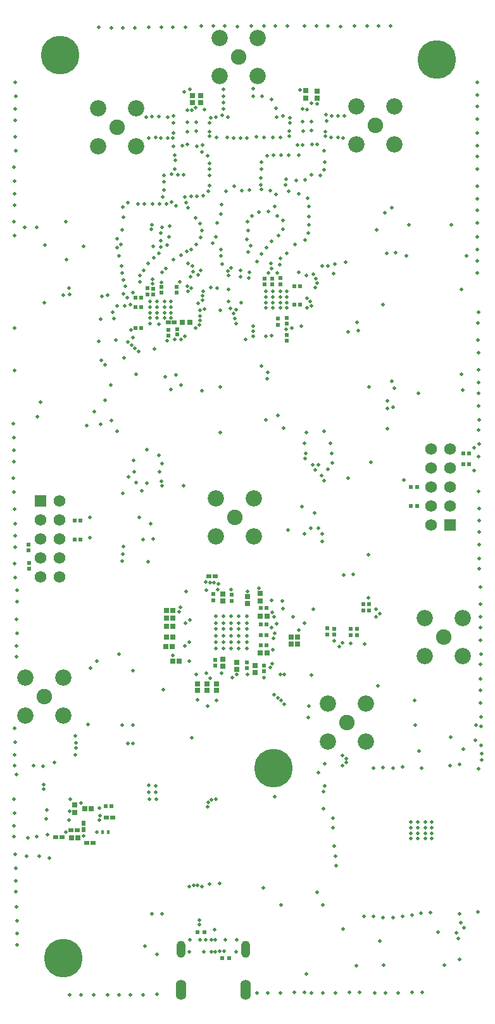
<source format=gbs>
G04*
G04 #@! TF.GenerationSoftware,Altium Limited,Altium Designer,24.2.2 (26)*
G04*
G04 Layer_Color=16711935*
%FSLAX44Y44*%
%MOMM*%
G71*
G04*
G04 #@! TF.SameCoordinates,1647D1FA-22C0-4C44-882E-AE6E89F1C5CA*
G04*
G04*
G04 #@! TF.FilePolarity,Negative*
G04*
G01*
G75*
%ADD20R,0.5200X0.5200*%
%ADD41R,0.5200X0.5200*%
%ADD51R,0.4000X0.5000*%
%ADD64R,0.6725X0.7154*%
%ADD73R,0.5153X0.4725*%
%ADD81R,0.7154X0.6725*%
%ADD89R,0.4725X0.5153*%
%ADD111R,0.5260X0.5260*%
%ADD118R,0.7260X0.7760*%
%ADD119R,0.7260X0.6760*%
%ADD125R,0.5260X0.5260*%
%ADD126R,0.6260X0.6760*%
%ADD127R,0.6760X0.6260*%
%ADD128R,0.6760X0.7260*%
%ADD133R,0.7260X0.7260*%
%ADD140R,0.7260X0.7260*%
%ADD151R,0.6260X0.6260*%
%ADD158R,1.5760X1.5760*%
%ADD159C,1.5760*%
%ADD160C,2.0760*%
%ADD161C,2.1760*%
%ADD162O,1.1760X2.2760*%
%ADD163O,1.3760X2.6760*%
%ADD164C,0.4824*%
%ADD165C,5.1560*%
%ADD186R,0.6560X0.6160*%
D20*
X321236Y455981D02*
D03*
Y447981D02*
D03*
X344409Y443502D02*
D03*
X276224Y547006D02*
D03*
X278764Y451122D02*
D03*
X363000Y915250D02*
D03*
Y907250D02*
D03*
X227000Y949750D02*
D03*
Y957750D02*
D03*
X207000Y949750D02*
D03*
Y957750D02*
D03*
X188000Y955711D02*
D03*
Y947711D02*
D03*
X366000Y961500D02*
D03*
Y969500D02*
D03*
X345000Y969000D02*
D03*
Y961000D02*
D03*
X301231Y545893D02*
D03*
Y537893D02*
D03*
X278764Y459122D02*
D03*
X344409Y451502D02*
D03*
X276224Y539006D02*
D03*
D41*
X347942Y528778D02*
D03*
Y478766D02*
D03*
X132377Y263459D02*
D03*
X140377D02*
D03*
X180250Y943000D02*
D03*
X172250D02*
D03*
X180250Y903000D02*
D03*
X172250D02*
D03*
X347942Y492499D02*
D03*
X339942D02*
D03*
X347942Y506233D02*
D03*
X339942D02*
D03*
Y478766D02*
D03*
Y528778D02*
D03*
D51*
X136000Y228932D02*
D03*
X128000D02*
D03*
D64*
X288767Y547325D02*
D03*
Y450336D02*
D03*
X332508Y442208D02*
D03*
X307502Y446272D02*
D03*
Y455844D02*
D03*
X338779Y547792D02*
D03*
Y538220D02*
D03*
X322506Y543728D02*
D03*
Y534156D02*
D03*
X288767Y459908D02*
D03*
X332508Y451780D02*
D03*
X288767Y537754D02*
D03*
D73*
X180036Y931000D02*
D03*
X172464D02*
D03*
D81*
X348728Y517506D02*
D03*
Y468763D02*
D03*
X339156D02*
D03*
Y517506D02*
D03*
D89*
X228000Y901438D02*
D03*
Y893867D02*
D03*
X375000Y886214D02*
D03*
Y893786D02*
D03*
X196000Y948045D02*
D03*
Y955616D02*
D03*
X216000Y900036D02*
D03*
Y892464D02*
D03*
X355000Y961214D02*
D03*
Y968786D02*
D03*
X375000Y916370D02*
D03*
Y908799D02*
D03*
D111*
X29116Y613222D02*
D03*
Y605222D02*
D03*
X30000Y589000D02*
D03*
Y581000D02*
D03*
X438143Y492981D02*
D03*
Y500981D02*
D03*
X468927Y492453D02*
D03*
Y500453D02*
D03*
X428500Y501050D02*
D03*
Y493050D02*
D03*
X459873Y500227D02*
D03*
Y492227D02*
D03*
D118*
X415000Y1210250D02*
D03*
Y1219750D02*
D03*
X400251Y1219937D02*
D03*
Y1210437D02*
D03*
X259456Y1213690D02*
D03*
Y1204190D02*
D03*
X248645Y1213497D02*
D03*
Y1203997D02*
D03*
D119*
X222528Y489411D02*
D03*
X214028D02*
D03*
X389250Y480000D02*
D03*
X380750D02*
D03*
Y490000D02*
D03*
X389250D02*
D03*
X213559Y525495D02*
D03*
X222059D02*
D03*
X213559Y514591D02*
D03*
X222059D02*
D03*
X212975Y476657D02*
D03*
X221475D02*
D03*
X222484Y457100D02*
D03*
X230984D02*
D03*
X213622Y503686D02*
D03*
X222122D02*
D03*
X104500Y260000D02*
D03*
X113000D02*
D03*
X86691Y221478D02*
D03*
X95191D02*
D03*
D125*
X384750Y934000D02*
D03*
X392750D02*
D03*
X384750Y959000D02*
D03*
X392750D02*
D03*
X99000Y620000D02*
D03*
X91000D02*
D03*
X99000Y645000D02*
D03*
X91000D02*
D03*
X618759Y735355D02*
D03*
X610760D02*
D03*
X541000Y690000D02*
D03*
X549000D02*
D03*
X541000Y665000D02*
D03*
X549000D02*
D03*
X610759Y720518D02*
D03*
X618759D02*
D03*
X485000Y525503D02*
D03*
X477000D02*
D03*
X477000Y534000D02*
D03*
X485000D02*
D03*
D126*
X103129Y240812D02*
D03*
Y232312D02*
D03*
D127*
X270332Y570527D02*
D03*
X278832D02*
D03*
X106878Y214794D02*
D03*
X115378D02*
D03*
X74417Y221736D02*
D03*
X65917D02*
D03*
X133628Y248013D02*
D03*
X142128D02*
D03*
X94750Y231655D02*
D03*
X86250D02*
D03*
D128*
X268273Y418343D02*
D03*
Y426843D02*
D03*
X255672Y418637D02*
D03*
Y427137D02*
D03*
X281093Y418637D02*
D03*
Y427137D02*
D03*
D133*
X235000Y910000D02*
D03*
X245000D02*
D03*
D140*
X91215Y265059D02*
D03*
Y255059D02*
D03*
D151*
X297511Y60202D02*
D03*
X288511D02*
D03*
X255500Y95000D02*
D03*
X264500D02*
D03*
D158*
X592700Y639200D02*
D03*
X45000Y671200D02*
D03*
D159*
X567300Y639200D02*
D03*
X592700Y664600D02*
D03*
X567300D02*
D03*
X592700Y690000D02*
D03*
X567300D02*
D03*
X592700Y715400D02*
D03*
X567300D02*
D03*
X592700Y740800D02*
D03*
X567300D02*
D03*
X70400Y671200D02*
D03*
X45000Y645800D02*
D03*
X70400D02*
D03*
X45000Y620400D02*
D03*
X70400D02*
D03*
X45000Y595000D02*
D03*
X70400D02*
D03*
X45000Y569600D02*
D03*
X70400D02*
D03*
D160*
X147533Y1170998D02*
D03*
X493204Y1173508D02*
D03*
X305000Y650000D02*
D03*
X50000Y410000D02*
D03*
X455000Y375000D02*
D03*
X585000Y490000D02*
D03*
X310000Y1265000D02*
D03*
D161*
X122133Y1196398D02*
D03*
X172933D02*
D03*
Y1145598D02*
D03*
X122133D02*
D03*
X467804Y1198908D02*
D03*
X518604D02*
D03*
Y1148108D02*
D03*
X467804D02*
D03*
X279600Y624600D02*
D03*
X330400D02*
D03*
Y675400D02*
D03*
X279600D02*
D03*
X24600Y384600D02*
D03*
X75400D02*
D03*
Y435400D02*
D03*
X24600D02*
D03*
X429600Y349600D02*
D03*
X480400D02*
D03*
Y400400D02*
D03*
X429600D02*
D03*
X559600Y464600D02*
D03*
X610400D02*
D03*
Y515400D02*
D03*
X559600D02*
D03*
X284600Y1239600D02*
D03*
X335400D02*
D03*
Y1290400D02*
D03*
X284600D02*
D03*
D162*
X233161Y71865D02*
D03*
X319561D02*
D03*
D163*
X233161Y18265D02*
D03*
X319561D02*
D03*
D164*
X12000Y1140000D02*
D03*
X11311Y1158700D02*
D03*
X12000Y1212590D02*
D03*
X11811Y1195790D02*
D03*
Y1180790D02*
D03*
X11311Y1231290D02*
D03*
X10500Y1026500D02*
D03*
X9811Y1045200D02*
D03*
X10500Y1099090D02*
D03*
X10311Y1082290D02*
D03*
Y1067290D02*
D03*
X9811Y1117790D02*
D03*
X10000Y683500D02*
D03*
X9311Y702200D02*
D03*
X10000Y756090D02*
D03*
X9811Y739290D02*
D03*
Y724290D02*
D03*
X9311Y774790D02*
D03*
X10515Y660213D02*
D03*
X11015Y609714D02*
D03*
Y624714D02*
D03*
X11204Y641513D02*
D03*
X10515Y587624D02*
D03*
X14000Y536875D02*
D03*
Y551875D02*
D03*
X11204Y568924D02*
D03*
X13000Y513500D02*
D03*
X13500Y463000D02*
D03*
Y478000D02*
D03*
X13689Y494800D02*
D03*
X10500Y368000D02*
D03*
X11000Y317500D02*
D03*
Y332500D02*
D03*
X11189Y349300D02*
D03*
X9500Y273000D02*
D03*
X10000Y222500D02*
D03*
Y237500D02*
D03*
X10189Y254300D02*
D03*
X11500Y199500D02*
D03*
X12000Y149000D02*
D03*
Y164000D02*
D03*
X12189Y180800D02*
D03*
X13500Y129000D02*
D03*
X14000Y78500D02*
D03*
Y93500D02*
D03*
X14189Y110300D02*
D03*
X135000Y11500D02*
D03*
X84500Y11000D02*
D03*
X99500D02*
D03*
X116300Y10811D02*
D03*
X201000Y12000D02*
D03*
X150500Y11500D02*
D03*
X165500D02*
D03*
X182300Y11311D02*
D03*
X366300Y13811D02*
D03*
X349500Y14000D02*
D03*
X334500D02*
D03*
X398200Y14189D02*
D03*
X385000Y14500D02*
D03*
X439800Y13811D02*
D03*
X423000Y14000D02*
D03*
X408000D02*
D03*
X471700Y14189D02*
D03*
X458500Y14500D02*
D03*
X523800Y13811D02*
D03*
X507000Y14000D02*
D03*
X492000D02*
D03*
X555700Y14189D02*
D03*
X542500Y14500D02*
D03*
X633811Y401700D02*
D03*
X634000Y418500D02*
D03*
Y433500D02*
D03*
X634189Y369800D02*
D03*
X634500Y383000D02*
D03*
X633500Y556500D02*
D03*
X634336Y466563D02*
D03*
X634025Y453363D02*
D03*
X633836Y517063D02*
D03*
X634025Y533863D02*
D03*
X633836Y502063D02*
D03*
X633647Y485263D02*
D03*
X631500Y684500D02*
D03*
X632336Y594563D02*
D03*
X632025Y581363D02*
D03*
X631836Y645063D02*
D03*
X632025Y661863D02*
D03*
X631836Y630063D02*
D03*
X631647Y613263D02*
D03*
X630000Y909500D02*
D03*
X630525Y886863D02*
D03*
X631122Y798400D02*
D03*
X631311Y815200D02*
D03*
X631500Y847000D02*
D03*
X631311Y830200D02*
D03*
X631500Y766500D02*
D03*
X631811Y779700D02*
D03*
X631622Y747900D02*
D03*
X631433Y731100D02*
D03*
X629122Y1043400D02*
D03*
X629311Y1060200D02*
D03*
X629500Y1092000D02*
D03*
X629311Y1075200D02*
D03*
X629622Y1007900D02*
D03*
X629811Y1024700D02*
D03*
X629622Y992900D02*
D03*
X629433Y976100D02*
D03*
X629500Y1115000D02*
D03*
X629689Y1131800D02*
D03*
X629878Y1163600D02*
D03*
X629689Y1146800D02*
D03*
X629378Y1214100D02*
D03*
X629567Y1230900D02*
D03*
X629378Y1199100D02*
D03*
X629189Y1182300D02*
D03*
X398000Y1306500D02*
D03*
X414800Y1306311D02*
D03*
X446600Y1306122D02*
D03*
X429800Y1306311D02*
D03*
X497100Y1306622D02*
D03*
X513900Y1306433D02*
D03*
X482100Y1306622D02*
D03*
X465300Y1306811D02*
D03*
X260000Y1306500D02*
D03*
X276800Y1306311D02*
D03*
X308600Y1306122D02*
D03*
X291800Y1306311D02*
D03*
X359100Y1306622D02*
D03*
X375900Y1306433D02*
D03*
X344100Y1306622D02*
D03*
X327300Y1306811D02*
D03*
X190500Y1305000D02*
D03*
X207300Y1304811D02*
D03*
X239100Y1304622D02*
D03*
X222300Y1304811D02*
D03*
X155000Y1304500D02*
D03*
X171800Y1304311D02*
D03*
X140000Y1304500D02*
D03*
X123200Y1304689D02*
D03*
X103055Y223381D02*
D03*
X594675Y1040631D02*
D03*
X427515Y1187999D02*
D03*
X329754Y891835D02*
D03*
X329590Y905086D02*
D03*
X273000Y1183500D02*
D03*
X84639Y256419D02*
D03*
X85500Y272500D02*
D03*
X264419Y1194812D02*
D03*
X551702Y337192D02*
D03*
X278329Y98671D02*
D03*
X450000Y99000D02*
D03*
X123500Y885000D02*
D03*
X290564Y69411D02*
D03*
X493742Y516948D02*
D03*
X425000Y1139500D02*
D03*
X425500Y1125000D02*
D03*
X425000Y1114500D02*
D03*
X419500Y1107000D02*
D03*
X408000Y1107500D02*
D03*
X399000Y1101000D02*
D03*
X387500Y1100000D02*
D03*
X374000Y1101500D02*
D03*
X391000Y1133500D02*
D03*
X377500D02*
D03*
X367329Y1134213D02*
D03*
X356500Y1133500D02*
D03*
X348500Y1133000D02*
D03*
X341000Y1124500D02*
D03*
X340500Y1115000D02*
D03*
X340000Y1103500D02*
D03*
X358393Y1065371D02*
D03*
X276000Y1016000D02*
D03*
X286500Y1008000D02*
D03*
X287000Y999500D02*
D03*
X288500Y988000D02*
D03*
X300000Y983000D02*
D03*
X312500Y980000D02*
D03*
X324500Y977000D02*
D03*
X376818Y1085721D02*
D03*
X391000Y1082500D02*
D03*
X403000Y1076500D02*
D03*
X404000Y1065000D02*
D03*
Y1051500D02*
D03*
Y1040500D02*
D03*
X403500Y1030000D02*
D03*
X399000Y1020500D02*
D03*
X386000Y1014500D02*
D03*
X374500Y1003000D02*
D03*
X365961Y996050D02*
D03*
X353500Y989500D02*
D03*
X362000Y1053000D02*
D03*
X370000Y1046500D02*
D03*
X369500Y1035000D02*
D03*
X363500Y1026000D02*
D03*
X354500Y1018500D02*
D03*
X347500Y1010000D02*
D03*
X340500Y1001500D02*
D03*
Y1088500D02*
D03*
X325000Y1087500D02*
D03*
X314500Y1086500D02*
D03*
X304000Y1092500D02*
D03*
X293496Y1085262D02*
D03*
X287040Y1067506D02*
D03*
X286232Y1055399D02*
D03*
X350081Y1058500D02*
D03*
X337500Y1058000D02*
D03*
X328500Y1053000D02*
D03*
X323067Y1032997D02*
D03*
X326500Y1013000D02*
D03*
X335137Y991728D02*
D03*
X354500Y1208500D02*
D03*
X342000Y1212500D02*
D03*
X443500Y1157500D02*
D03*
X443000Y1186500D02*
D03*
X434053Y1157354D02*
D03*
X450000Y1156500D02*
D03*
X451500Y1186500D02*
D03*
X434500D02*
D03*
X366500Y1158000D02*
D03*
X356000D02*
D03*
X344000Y1157500D02*
D03*
X334000Y1158500D02*
D03*
X370000Y1186500D02*
D03*
X290000Y1195500D02*
D03*
Y1204000D02*
D03*
Y1212500D02*
D03*
Y1222000D02*
D03*
X330000Y1212500D02*
D03*
X329856Y1223126D02*
D03*
X281000Y1157500D02*
D03*
X295000D02*
D03*
X303500Y1157000D02*
D03*
X313000D02*
D03*
X321500D02*
D03*
X279500Y1184500D02*
D03*
X288000Y1187000D02*
D03*
X295500Y1184500D02*
D03*
X190000Y1157000D02*
D03*
X199000Y1157500D02*
D03*
X206500Y1157000D02*
D03*
X215500Y1156500D02*
D03*
Y1184500D02*
D03*
X204000Y1185500D02*
D03*
X194500D02*
D03*
X186500Y1185000D02*
D03*
X261000Y1138500D02*
D03*
X269000Y1133000D02*
D03*
X271500Y1123000D02*
D03*
X271000Y1115000D02*
D03*
X271500Y1093000D02*
D03*
X270000Y1085500D02*
D03*
X263000Y1079500D02*
D03*
X254500Y1078500D02*
D03*
X246500D02*
D03*
X223485Y1146072D02*
D03*
X225000Y1134000D02*
D03*
X224500Y1115500D02*
D03*
X229180Y1107631D02*
D03*
X237000Y1107500D02*
D03*
X220163Y1108343D02*
D03*
X210500Y1107000D02*
D03*
X210000Y1098000D02*
D03*
Y1087000D02*
D03*
X225500Y1127000D02*
D03*
X271000Y1106744D02*
D03*
X156500Y1051000D02*
D03*
X155000Y1064500D02*
D03*
X162000Y1070000D02*
D03*
X175500Y1069000D02*
D03*
X184500D02*
D03*
X195500D02*
D03*
X204500Y1068500D02*
D03*
X213746Y1068498D02*
D03*
X194000Y1040500D02*
D03*
X207604Y977602D02*
D03*
X223500Y994000D02*
D03*
X195000Y968000D02*
D03*
X213295Y982724D02*
D03*
X233500Y1000000D02*
D03*
X241000Y1005000D02*
D03*
X247000Y1007500D02*
D03*
X254000Y1014500D02*
D03*
X259500Y1023500D02*
D03*
X261000Y1033000D02*
D03*
X258500Y1042500D02*
D03*
X253000Y1050500D02*
D03*
X242500Y1063500D02*
D03*
X240000Y1070500D02*
D03*
X218000Y1039000D02*
D03*
X208000Y1037000D02*
D03*
X206500Y1029500D02*
D03*
X206000Y1019500D02*
D03*
Y1011000D02*
D03*
X204000Y1002500D02*
D03*
X147500Y1022000D02*
D03*
X147555Y1010420D02*
D03*
X150500Y999000D02*
D03*
X153500Y986000D02*
D03*
X154500Y976000D02*
D03*
X156000Y967500D02*
D03*
X159000Y958500D02*
D03*
X217000Y1025000D02*
D03*
X215000Y1014000D02*
D03*
X196536Y996500D02*
D03*
X189635Y989081D02*
D03*
X183500Y980000D02*
D03*
X178000Y973000D02*
D03*
X178533Y964537D02*
D03*
X239928Y550687D02*
D03*
X222287Y465047D02*
D03*
X610102Y819397D02*
D03*
X625448Y712000D02*
D03*
X625000Y742500D02*
D03*
X531052Y699728D02*
D03*
X343500Y154000D02*
D03*
X367390Y131404D02*
D03*
X415458Y148787D02*
D03*
X422819Y131404D02*
D03*
X423769Y259827D02*
D03*
X423508Y283235D02*
D03*
X425336Y290370D02*
D03*
X425500Y320500D02*
D03*
X390500Y498500D02*
D03*
X190500Y291500D02*
D03*
Y282000D02*
D03*
X191000Y273000D02*
D03*
X200000D02*
D03*
X199500Y282000D02*
D03*
Y291000D02*
D03*
X156553Y948823D02*
D03*
X169000Y950500D02*
D03*
X273279Y956820D02*
D03*
X381109Y903102D02*
D03*
X394000Y905000D02*
D03*
X499500Y521000D02*
D03*
X457000Y702000D02*
D03*
X483500Y599500D02*
D03*
X497000Y424500D02*
D03*
X608000Y954000D02*
D03*
X487250Y722996D02*
D03*
X468672Y910729D02*
D03*
X155500Y682000D02*
D03*
X424500Y765000D02*
D03*
X237000Y692000D02*
D03*
X424615Y699115D02*
D03*
X421624Y705087D02*
D03*
X413000Y713500D02*
D03*
X606000Y58500D02*
D03*
X64000Y322000D02*
D03*
X49000Y317000D02*
D03*
X36000Y318000D02*
D03*
X13000Y305500D02*
D03*
X421799Y617438D02*
D03*
Y627657D02*
D03*
X417045Y634801D02*
D03*
X398500Y627500D02*
D03*
X607500Y107500D02*
D03*
X576768Y95232D02*
D03*
X601500Y94000D02*
D03*
X604500Y86500D02*
D03*
X463343Y573125D02*
D03*
X484000Y542500D02*
D03*
X398112Y508092D02*
D03*
X449474Y482301D02*
D03*
X460000Y481500D02*
D03*
X479000Y480500D02*
D03*
X403629Y382411D02*
D03*
X404000Y397000D02*
D03*
X417000Y308500D02*
D03*
X280803Y404702D02*
D03*
X255500Y406000D02*
D03*
X277597Y562500D02*
D03*
X272390D02*
D03*
X371167Y399663D02*
D03*
X357703Y412390D02*
D03*
X371207Y439500D02*
D03*
X366000D02*
D03*
X209590Y419410D02*
D03*
X363192Y408429D02*
D03*
X366874Y404747D02*
D03*
X180612Y685292D02*
D03*
X355065Y522649D02*
D03*
X355777Y472341D02*
D03*
X344000Y435500D02*
D03*
X282500Y553500D02*
D03*
X287500Y441000D02*
D03*
X169000Y347500D02*
D03*
X162000D02*
D03*
X168800Y444594D02*
D03*
X352986Y448574D02*
D03*
X354500Y539000D02*
D03*
X112000Y448000D02*
D03*
X150000Y466500D02*
D03*
X358500Y276500D02*
D03*
X247500Y355000D02*
D03*
X120500Y457500D02*
D03*
X40773Y784594D02*
D03*
X126916Y859948D02*
D03*
X125957Y914205D02*
D03*
X154592Y591493D02*
D03*
X155074Y600251D02*
D03*
X188981Y589967D02*
D03*
X156000Y610500D02*
D03*
X515000Y1063500D02*
D03*
X79500Y1045000D02*
D03*
X263000Y952000D02*
D03*
X262000Y946000D02*
D03*
X261799Y939817D02*
D03*
X242500Y952000D02*
D03*
X111241Y622251D02*
D03*
X111500Y650000D02*
D03*
X611500Y101000D02*
D03*
X147723Y932370D02*
D03*
X226582Y839894D02*
D03*
X233587Y826335D02*
D03*
X219893Y820469D02*
D03*
X241490Y958742D02*
D03*
X247000Y956500D02*
D03*
X135000Y946500D02*
D03*
X127354Y945146D02*
D03*
X212500Y837500D02*
D03*
X173033Y841366D02*
D03*
X550448Y815500D02*
D03*
X517237Y796906D02*
D03*
X509500Y795500D02*
D03*
Y805000D02*
D03*
X457000Y897819D02*
D03*
X630975Y869637D02*
D03*
X631179Y923578D02*
D03*
X422000Y985500D02*
D03*
X410500Y975000D02*
D03*
X413644Y969040D02*
D03*
X415000Y962500D02*
D03*
X503000Y934500D02*
D03*
X430000Y986000D02*
D03*
X439000Y988500D02*
D03*
X453500Y991000D02*
D03*
X608500Y841000D02*
D03*
X348000Y835000D02*
D03*
X349000Y843500D02*
D03*
X341000Y852000D02*
D03*
X259500Y979500D02*
D03*
X256394Y974082D02*
D03*
X295540Y979278D02*
D03*
X296990Y972633D02*
D03*
X192000Y909000D02*
D03*
X238448Y892133D02*
D03*
X203500Y907500D02*
D03*
X372849Y1093704D02*
D03*
X339642Y1094403D02*
D03*
X281500Y1043500D02*
D03*
X280000Y1025000D02*
D03*
X323000Y1004500D02*
D03*
X321500Y1021500D02*
D03*
X322500Y1045000D02*
D03*
X209000Y1078000D02*
D03*
X238015Y1078147D02*
D03*
X154284Y1034384D02*
D03*
X153112Y1014641D02*
D03*
X195843Y1011936D02*
D03*
X193860Y1034564D02*
D03*
X226745Y1066302D02*
D03*
X220412Y1071399D02*
D03*
X360464Y1081638D02*
D03*
X352597Y1086882D02*
D03*
X360695Y1184295D02*
D03*
X359939Y1196859D02*
D03*
X245000Y1222000D02*
D03*
X237552Y1218335D02*
D03*
X241495Y1194045D02*
D03*
X248014Y1194097D02*
D03*
X253000Y1197500D02*
D03*
X222731Y1186053D02*
D03*
X223454Y1176965D02*
D03*
X222524Y1157033D02*
D03*
X223144Y1163694D02*
D03*
X261975Y1147273D02*
D03*
X235000Y1147000D02*
D03*
X241837Y1147996D02*
D03*
X254385Y1145982D02*
D03*
X271735Y1159460D02*
D03*
X270960Y1165295D02*
D03*
X271735Y1177017D02*
D03*
X378533Y1183805D02*
D03*
X378589Y1176692D02*
D03*
X377973Y1166105D02*
D03*
X378421Y1158935D02*
D03*
X389000Y1147500D02*
D03*
X395785Y1147845D02*
D03*
X415390Y1148013D02*
D03*
X408500Y1148000D02*
D03*
X426604Y1159269D02*
D03*
X426000Y1165500D02*
D03*
X427730Y1179786D02*
D03*
X242000Y1165500D02*
D03*
X253500Y1166000D02*
D03*
X254000Y1178000D02*
D03*
X241500D02*
D03*
X396500Y1166000D02*
D03*
X408000Y1166500D02*
D03*
Y1178500D02*
D03*
X395500D02*
D03*
X395916Y1196051D02*
D03*
X392271Y1220815D02*
D03*
X401866Y1194818D02*
D03*
X408030Y1203234D02*
D03*
X415159Y1202376D02*
D03*
X268500Y397000D02*
D03*
X383500Y516500D02*
D03*
X281793Y955882D02*
D03*
X285898Y926668D02*
D03*
X374000Y901000D02*
D03*
X537694Y1041135D02*
D03*
X505812Y1056920D02*
D03*
X495111Y1034308D02*
D03*
X508402Y1002722D02*
D03*
X519880Y1003585D02*
D03*
X509000Y768000D02*
D03*
X370012Y769256D02*
D03*
X347051Y779572D02*
D03*
X286042Y824164D02*
D03*
X285599Y763266D02*
D03*
X147830Y764597D02*
D03*
X117500Y791000D02*
D03*
X131806Y806345D02*
D03*
X139269Y826513D02*
D03*
X92500Y341500D02*
D03*
X108500Y372500D02*
D03*
X168500Y372000D02*
D03*
X154500D02*
D03*
X92000Y332500D02*
D03*
X93000Y348000D02*
D03*
X92000Y357500D02*
D03*
X376000Y633000D02*
D03*
X406500Y635000D02*
D03*
X182767Y619949D02*
D03*
X195639Y621127D02*
D03*
X412000Y655500D02*
D03*
X395000Y664000D02*
D03*
X193000Y641000D02*
D03*
X177500Y650000D02*
D03*
X173500Y696000D02*
D03*
X163037Y703985D02*
D03*
X208258Y691730D02*
D03*
X207000Y698000D02*
D03*
X208000Y721500D02*
D03*
X170000Y725500D02*
D03*
X170315Y710353D02*
D03*
X187279Y695369D02*
D03*
X204458Y710460D02*
D03*
X203976Y732723D02*
D03*
X187493Y740429D02*
D03*
X429417Y714206D02*
D03*
X436000Y722500D02*
D03*
X409000Y720000D02*
D03*
X399000Y728000D02*
D03*
X399975Y735023D02*
D03*
X417000Y719500D02*
D03*
X434451Y735023D02*
D03*
X433437Y748543D02*
D03*
X398500Y748500D02*
D03*
X401270Y763472D02*
D03*
X470039Y899181D02*
D03*
X518200Y822598D02*
D03*
X515500Y832000D02*
D03*
X485000Y824250D02*
D03*
X362837Y785546D02*
D03*
X107472Y772599D02*
D03*
X45000Y803500D02*
D03*
X125430Y774162D02*
D03*
X140500Y779500D02*
D03*
X261000Y819000D02*
D03*
X10610Y902516D02*
D03*
X10395Y845958D02*
D03*
X157265Y862566D02*
D03*
X146000Y887000D02*
D03*
X103013Y1012213D02*
D03*
X79819Y993861D02*
D03*
X40381Y1037204D02*
D03*
X24232Y1037400D02*
D03*
X51093Y1013285D02*
D03*
X50063Y936649D02*
D03*
X76066Y947119D02*
D03*
X84133Y947977D02*
D03*
X83500Y956500D02*
D03*
X131500Y853500D02*
D03*
X197500Y875000D02*
D03*
X215000Y885500D02*
D03*
X224885Y887885D02*
D03*
X233088Y887676D02*
D03*
X176488Y871476D02*
D03*
X171549Y875872D02*
D03*
X167450Y880020D02*
D03*
X162000Y884500D02*
D03*
X168536Y889898D02*
D03*
X166000Y900000D02*
D03*
X143841Y915474D02*
D03*
X141913Y923709D02*
D03*
X157500Y932000D02*
D03*
X165468Y933719D02*
D03*
X161500Y943000D02*
D03*
X194948Y962000D02*
D03*
X242789Y989081D02*
D03*
X248519Y985349D02*
D03*
X206832Y963954D02*
D03*
X249000Y978000D02*
D03*
X246000Y971500D02*
D03*
X231382Y964374D02*
D03*
X256500Y935500D02*
D03*
X264500Y928500D02*
D03*
X258500Y926500D02*
D03*
Y919000D02*
D03*
X258634Y912763D02*
D03*
X257500Y907000D02*
D03*
X253000Y902500D02*
D03*
X412500Y957000D02*
D03*
X401613Y942736D02*
D03*
X406178Y938308D02*
D03*
X407500Y932000D02*
D03*
X402000Y930052D02*
D03*
X400500Y973000D02*
D03*
X365500Y987500D02*
D03*
X361948Y976451D02*
D03*
X354000Y982000D02*
D03*
X391000Y977000D02*
D03*
X350000Y976500D02*
D03*
X297000Y938000D02*
D03*
X314049Y936636D02*
D03*
X296442Y954082D02*
D03*
X313025Y971296D02*
D03*
X323962Y969308D02*
D03*
X299000Y929000D02*
D03*
X307000Y927000D02*
D03*
X303762Y922000D02*
D03*
X437244Y975595D02*
D03*
X305093Y915627D02*
D03*
X307032Y908932D02*
D03*
X354551Y892705D02*
D03*
X346500Y891500D02*
D03*
X320000Y887500D02*
D03*
X330000Y898793D02*
D03*
X615494Y998927D02*
D03*
X534985D02*
D03*
X451186Y572790D02*
D03*
X410332Y526698D02*
D03*
X407455Y439009D02*
D03*
X438500Y484500D02*
D03*
X445000Y477000D02*
D03*
X494000Y526500D02*
D03*
X267500Y552000D02*
D03*
X283000Y561000D02*
D03*
X266000Y563000D02*
D03*
X300500Y553000D02*
D03*
X322020Y550413D02*
D03*
X337564Y554922D02*
D03*
X368500Y537500D02*
D03*
X369500Y527500D02*
D03*
X357500Y517000D02*
D03*
X361000Y507500D02*
D03*
X354472Y502597D02*
D03*
X358500Y494500D02*
D03*
X356489Y487469D02*
D03*
X355000Y454000D02*
D03*
X322442Y439262D02*
D03*
X307500Y439500D02*
D03*
X302000Y435000D02*
D03*
X272515Y434691D02*
D03*
X267500Y441500D02*
D03*
X253500Y440000D02*
D03*
X244000Y457500D02*
D03*
X238231Y477761D02*
D03*
X244500Y482500D02*
D03*
X239445Y507974D02*
D03*
X245500Y512500D02*
D03*
X231000Y523500D02*
D03*
X232500Y529500D02*
D03*
X541000Y242500D02*
D03*
X550000Y242500D02*
D03*
X560000D02*
D03*
X568500D02*
D03*
Y235000D02*
D03*
X560000D02*
D03*
X550000D02*
D03*
X541000Y235000D02*
D03*
X568500Y227500D02*
D03*
X560000D02*
D03*
X550000D02*
D03*
X541000Y227500D02*
D03*
X568500Y220500D02*
D03*
X560000D02*
D03*
X550000D02*
D03*
X541000Y220500D02*
D03*
X347000Y951500D02*
D03*
X356000Y951500D02*
D03*
X366000D02*
D03*
X374500D02*
D03*
Y944000D02*
D03*
X366000D02*
D03*
X356000D02*
D03*
X347000Y944000D02*
D03*
X374500Y936500D02*
D03*
X366000D02*
D03*
X356000D02*
D03*
X347000Y936500D02*
D03*
X374500Y929500D02*
D03*
X366000D02*
D03*
X356000D02*
D03*
X347000Y929500D02*
D03*
X192000Y916500D02*
D03*
X201000Y916500D02*
D03*
X211000D02*
D03*
X219500D02*
D03*
X192000Y923500D02*
D03*
X201000Y923500D02*
D03*
X211000D02*
D03*
X219500D02*
D03*
X192000Y931000D02*
D03*
X201000Y931000D02*
D03*
X211000D02*
D03*
X219500D02*
D03*
Y938500D02*
D03*
X211000D02*
D03*
X201000D02*
D03*
X192000Y938500D02*
D03*
X279500Y474000D02*
D03*
X290000D02*
D03*
X300500D02*
D03*
X310500D02*
D03*
X321000D02*
D03*
X279500Y483000D02*
D03*
X290000D02*
D03*
X300500D02*
D03*
X310500D02*
D03*
X321000D02*
D03*
X279500Y491000D02*
D03*
X290000D02*
D03*
X300500D02*
D03*
X310500D02*
D03*
X321000D02*
D03*
X279500Y500500D02*
D03*
X290000D02*
D03*
X300500D02*
D03*
X310500D02*
D03*
X321000D02*
D03*
X279500Y508500D02*
D03*
X290000D02*
D03*
X300500D02*
D03*
X310500D02*
D03*
X321000D02*
D03*
Y517500D02*
D03*
X310500D02*
D03*
X300500D02*
D03*
X290000D02*
D03*
X279500D02*
D03*
X53000Y247000D02*
D03*
X54000Y258500D02*
D03*
X49500Y286000D02*
D03*
Y292500D02*
D03*
X54500Y225500D02*
D03*
X40500Y222500D02*
D03*
X28500Y221500D02*
D03*
X26500Y197000D02*
D03*
X44000D02*
D03*
X57500Y194000D02*
D03*
X83500Y245000D02*
D03*
X79500Y228500D02*
D03*
X99500Y267500D02*
D03*
X124000Y261000D02*
D03*
X121000Y229000D02*
D03*
X125000Y251000D02*
D03*
X124000Y245000D02*
D03*
X585414Y51419D02*
D03*
X504372Y51318D02*
D03*
X401209Y38850D02*
D03*
X467772Y50313D02*
D03*
X499000Y83000D02*
D03*
X268500Y262500D02*
D03*
X280000Y273000D02*
D03*
X270000Y268500D02*
D03*
X273682Y272182D02*
D03*
X278965Y69000D02*
D03*
X273757D02*
D03*
X261103Y156076D02*
D03*
X244302Y155800D02*
D03*
X250303Y157500D02*
D03*
X255509D02*
D03*
X201000Y65000D02*
D03*
X185000Y76000D02*
D03*
X194500Y119500D02*
D03*
X208000Y120000D02*
D03*
X271500Y159500D02*
D03*
X285000Y160000D02*
D03*
X278965Y85000D02*
D03*
X273757D02*
D03*
X258000Y105000D02*
D03*
Y111500D02*
D03*
X284564Y69304D02*
D03*
X292500Y85000D02*
D03*
X258500D02*
D03*
X263888Y69182D02*
D03*
X244500Y69000D02*
D03*
X307000D02*
D03*
X308000Y85000D02*
D03*
X245000D02*
D03*
X266215Y85144D02*
D03*
X449000Y318000D02*
D03*
X449500Y331000D02*
D03*
X454000Y322061D02*
D03*
Y327268D02*
D03*
X546301Y371775D02*
D03*
X546076Y404594D02*
D03*
X635500Y325000D02*
D03*
Y334000D02*
D03*
X635000Y344500D02*
D03*
X627000Y351500D02*
D03*
X593791Y355931D02*
D03*
X628000Y372000D02*
D03*
X516631Y314692D02*
D03*
X610500Y339500D02*
D03*
X630883Y313720D02*
D03*
X605457Y319226D02*
D03*
X593149Y318093D02*
D03*
X554850Y314287D02*
D03*
X529343Y315664D02*
D03*
X503500Y315000D02*
D03*
X490882Y314287D02*
D03*
X436694Y247376D02*
D03*
X436408Y235144D02*
D03*
X437937Y210012D02*
D03*
X439657Y196634D02*
D03*
X441000Y184000D02*
D03*
X478348Y116512D02*
D03*
X490934Y115883D02*
D03*
X503442Y114152D02*
D03*
X516815Y114310D02*
D03*
X529322Y116119D02*
D03*
X541987Y118086D02*
D03*
X554416Y120445D02*
D03*
X566923Y120918D02*
D03*
X605468Y119895D02*
D03*
X630500Y122000D02*
D03*
D165*
X357000Y314000D02*
D03*
X76000Y60000D02*
D03*
X575000Y1261500D02*
D03*
X71500Y1267500D02*
D03*
D186*
X223900Y910000D02*
D03*
X216100D02*
D03*
M02*

</source>
